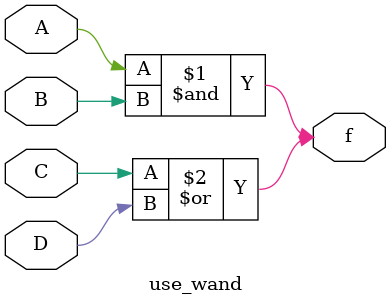
<source format=v>
module use_wand (A,B,C,D,f);

input A,B,C,D;
output f;
wand f;

//net f declared as 'wand'

assign f=A&B;
assign f=C|D;

endmodule
</source>
